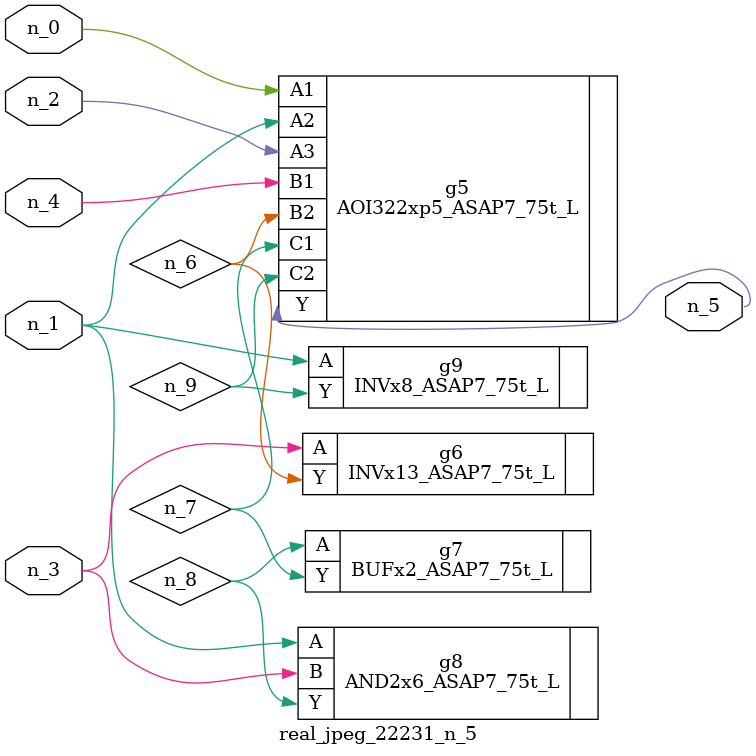
<source format=v>
module real_jpeg_22231_n_5 (n_4, n_0, n_1, n_2, n_3, n_5);

input n_4;
input n_0;
input n_1;
input n_2;
input n_3;

output n_5;

wire n_8;
wire n_6;
wire n_7;
wire n_9;

AOI322xp5_ASAP7_75t_L g5 ( 
.A1(n_0),
.A2(n_1),
.A3(n_2),
.B1(n_4),
.B2(n_6),
.C1(n_7),
.C2(n_9),
.Y(n_5)
);

AND2x6_ASAP7_75t_L g8 ( 
.A(n_1),
.B(n_3),
.Y(n_8)
);

INVx8_ASAP7_75t_L g9 ( 
.A(n_1),
.Y(n_9)
);

INVx13_ASAP7_75t_L g6 ( 
.A(n_3),
.Y(n_6)
);

BUFx2_ASAP7_75t_L g7 ( 
.A(n_8),
.Y(n_7)
);


endmodule
</source>
